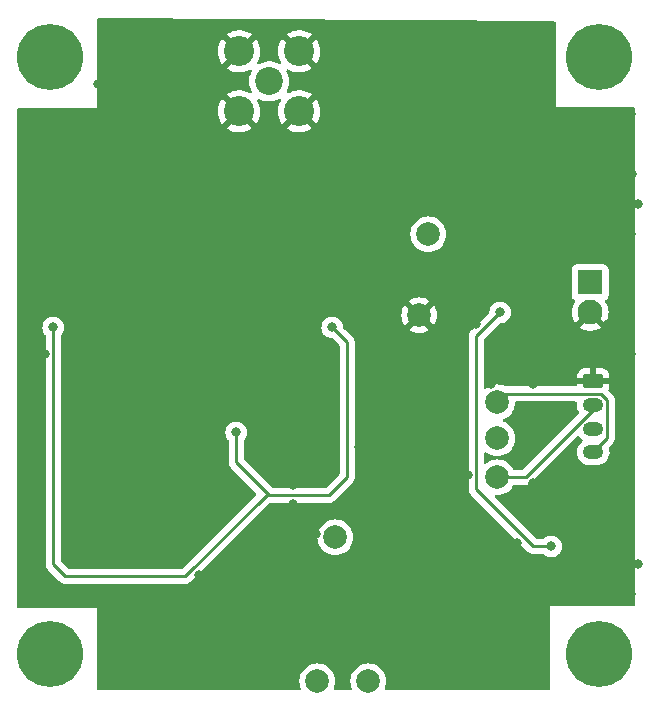
<source format=gbr>
%TF.GenerationSoftware,KiCad,Pcbnew,(6.0.0)*%
%TF.CreationDate,2022-01-03T16:02:36-05:00*%
%TF.ProjectId,LMX2332V01,4c4d5832-3333-4325-9630-312e6b696361,rev?*%
%TF.SameCoordinates,Original*%
%TF.FileFunction,Copper,L2,Bot*%
%TF.FilePolarity,Positive*%
%FSLAX46Y46*%
G04 Gerber Fmt 4.6, Leading zero omitted, Abs format (unit mm)*
G04 Created by KiCad (PCBNEW (6.0.0)) date 2022-01-03 16:02:36*
%MOMM*%
%LPD*%
G01*
G04 APERTURE LIST*
G04 Aperture macros list*
%AMRoundRect*
0 Rectangle with rounded corners*
0 $1 Rounding radius*
0 $2 $3 $4 $5 $6 $7 $8 $9 X,Y pos of 4 corners*
0 Add a 4 corners polygon primitive as box body*
4,1,4,$2,$3,$4,$5,$6,$7,$8,$9,$2,$3,0*
0 Add four circle primitives for the rounded corners*
1,1,$1+$1,$2,$3*
1,1,$1+$1,$4,$5*
1,1,$1+$1,$6,$7*
1,1,$1+$1,$8,$9*
0 Add four rect primitives between the rounded corners*
20,1,$1+$1,$2,$3,$4,$5,0*
20,1,$1+$1,$4,$5,$6,$7,0*
20,1,$1+$1,$6,$7,$8,$9,0*
20,1,$1+$1,$8,$9,$2,$3,0*%
G04 Aperture macros list end*
%TA.AperFunction,ComponentPad*%
%ADD10R,2.100000X2.100000*%
%TD*%
%TA.AperFunction,ComponentPad*%
%ADD11C,2.100000*%
%TD*%
%TA.AperFunction,ComponentPad*%
%ADD12C,2.362200*%
%TD*%
%TA.AperFunction,ComponentPad*%
%ADD13C,2.552700*%
%TD*%
%TA.AperFunction,ComponentPad*%
%ADD14RoundRect,0.250000X-0.625000X0.350000X-0.625000X-0.350000X0.625000X-0.350000X0.625000X0.350000X0*%
%TD*%
%TA.AperFunction,ComponentPad*%
%ADD15O,1.750000X1.200000*%
%TD*%
%TA.AperFunction,ComponentPad*%
%ADD16C,5.600000*%
%TD*%
%TA.AperFunction,ComponentPad*%
%ADD17C,2.000000*%
%TD*%
%TA.AperFunction,ViaPad*%
%ADD18C,0.800000*%
%TD*%
%TA.AperFunction,Conductor*%
%ADD19C,0.250000*%
%TD*%
G04 APERTURE END LIST*
D10*
%TO.P,J3,1,Pin_1*%
%TO.N,Net-(FB1-Pad2)*%
X153670000Y-76200000D03*
D11*
%TO.P,J3,2,Pin_2*%
%TO.N,GND*%
X153670000Y-78740000D03*
%TD*%
D12*
%TO.P,J1,1*%
%TO.N,Net-(J1-Pad1)*%
X126492000Y-59182000D03*
D13*
%TO.P,J1,2*%
%TO.N,GND*%
X123952000Y-56642000D03*
%TO.P,J1,3*%
X129032000Y-56642000D03*
%TO.P,J1,4*%
X129032000Y-61722000D03*
%TO.P,J1,5*%
X123952000Y-61722000D03*
%TD*%
D14*
%TO.P,J2,1,Pin_1*%
%TO.N,GND*%
X153924000Y-84582000D03*
D15*
%TO.P,J2,2,Pin_2*%
%TO.N,Net-(CLK1-Pad1)*%
X153924000Y-86582000D03*
%TO.P,J2,3,Pin_3*%
%TO.N,Net-(D3-Pad1)*%
X153924000Y-88582000D03*
%TO.P,J2,4,Pin_4*%
%TO.N,Net-(J2-Pad4)*%
X153924000Y-90582000D03*
%TD*%
D16*
%TO.P,H1,1*%
%TO.N,N/C*%
X154432000Y-57150000D03*
%TD*%
%TO.P,H2,1*%
%TO.N,N/C*%
X107950000Y-107696000D03*
%TD*%
%TO.P,H3,1*%
%TO.N,N/C*%
X107950000Y-57150000D03*
%TD*%
%TO.P,H4,1*%
%TO.N,N/C*%
X154432000Y-107696000D03*
%TD*%
D17*
%TO.P,CLK1,1,1*%
%TO.N,Net-(CLK1-Pad1)*%
X145796000Y-92710000D03*
%TD*%
%TO.P,5V0,1,1*%
%TO.N,Net-(5V0-Pad1)*%
X139954000Y-72136000D03*
%TD*%
%TO.P,GND1,1,1*%
%TO.N,GND*%
X139192000Y-78994000D03*
%TD*%
%TO.P,FoLD1,1,1*%
%TO.N,Net-(FoLD1-Pad1)*%
X132080000Y-97790000D03*
%TD*%
%TO.P,LE1,1,1*%
%TO.N,Net-(J2-Pad4)*%
X145796000Y-86360000D03*
%TD*%
%TO.P,VCont1,1,1*%
%TO.N,Net-(U3-Pad5)*%
X130556000Y-109982000D03*
%TD*%
%TO.P,D3,1,1*%
%TO.N,Net-(D3-Pad1)*%
X145796000Y-89408000D03*
%TD*%
%TO.P,3V0,1,1*%
%TO.N,Net-(3V0-Pad1)*%
X134874000Y-109982000D03*
%TD*%
D18*
%TO.N,GND*%
X132969000Y-77216000D03*
X141224000Y-74676000D03*
X153416000Y-69850000D03*
X145034000Y-59436000D03*
X147506201Y-98238799D03*
X157099000Y-61976000D03*
X108839000Y-102616000D03*
X117729000Y-77216000D03*
X108204000Y-74676000D03*
X128524000Y-94996000D03*
X109728000Y-88392000D03*
X155829000Y-97536000D03*
X139954000Y-59436000D03*
X106934000Y-91440000D03*
X145669000Y-56896000D03*
X140589000Y-56896000D03*
X131699000Y-82296000D03*
X120904000Y-94996000D03*
X115189000Y-67056000D03*
X109728000Y-90424000D03*
X147574000Y-59436000D03*
X120269000Y-56896000D03*
X132334000Y-100076000D03*
X127000000Y-85344000D03*
X132969000Y-56896000D03*
X125349000Y-107696000D03*
X134239000Y-72136000D03*
X123444000Y-105156000D03*
X118999000Y-82296000D03*
X143129000Y-107696000D03*
X146939000Y-61976000D03*
X130429000Y-67056000D03*
X156210000Y-84328000D03*
X153924000Y-73914000D03*
X156464000Y-64516000D03*
X122174000Y-69596000D03*
X146050000Y-97536000D03*
X127000000Y-80518000D03*
X150114000Y-79756000D03*
X129159000Y-90424000D03*
X109728000Y-99568000D03*
X109728000Y-93472000D03*
X109728000Y-87122000D03*
X106934000Y-69596000D03*
X113772000Y-89916000D03*
X148209000Y-107696000D03*
X118999000Y-72136000D03*
X154559000Y-72136000D03*
X146939000Y-102616000D03*
X148844000Y-65024000D03*
X126746000Y-74168000D03*
X145288000Y-84836000D03*
X157734000Y-69596000D03*
X137414000Y-79756000D03*
X134239000Y-82296000D03*
X138684000Y-105156000D03*
X143764000Y-64516000D03*
X141859000Y-61976000D03*
X139319000Y-61976000D03*
X114554000Y-89916000D03*
X134874000Y-69596000D03*
X142494000Y-89662000D03*
X112649000Y-67056000D03*
X115189000Y-77216000D03*
X145034000Y-70104000D03*
X109474000Y-95504000D03*
X106299000Y-102616000D03*
X148336000Y-100330000D03*
X106934000Y-85344000D03*
X143995725Y-79769676D03*
X129540000Y-79502000D03*
X123444000Y-64516000D03*
X107188000Y-77216000D03*
X129159000Y-92456000D03*
X155702000Y-94996000D03*
X129794000Y-89916000D03*
X128524000Y-64516000D03*
X108839000Y-72136000D03*
X127176949Y-89617433D03*
X106934000Y-87376000D03*
X139319000Y-82296000D03*
X107569000Y-67056000D03*
X128524000Y-93345000D03*
X134239000Y-102616000D03*
X130429000Y-107696000D03*
X118696498Y-84664652D03*
X141859000Y-82296000D03*
X120650000Y-102616000D03*
X125984000Y-64516000D03*
X127000000Y-83312000D03*
X134112000Y-90170000D03*
X111760000Y-99822000D03*
X120904000Y-74676000D03*
X150114000Y-69596000D03*
X120547549Y-100949049D03*
X110744000Y-99822000D03*
X120269000Y-97536000D03*
X148806500Y-93218000D03*
X138049000Y-67056000D03*
X109474000Y-96520000D03*
X111379000Y-82296000D03*
X157099000Y-102616000D03*
X157226000Y-67056000D03*
X124714000Y-69596000D03*
X122809000Y-77216000D03*
X130429000Y-97536000D03*
X148806500Y-84836000D03*
X109728000Y-92456000D03*
X149479000Y-102616000D03*
X112649000Y-107696000D03*
X122809000Y-107696000D03*
X140589000Y-77216000D03*
X134874000Y-59436000D03*
X141859000Y-72136000D03*
X117729000Y-56896000D03*
X146304000Y-105156000D03*
X127254000Y-100035500D03*
X114554000Y-100076000D03*
X112776000Y-99822000D03*
X143129000Y-56896000D03*
X142494000Y-79756000D03*
X124845299Y-79887299D03*
X141224000Y-64516000D03*
X115189000Y-107696000D03*
X112014000Y-69596000D03*
X106299000Y-72136000D03*
X137414000Y-72136000D03*
X106934000Y-84328000D03*
X154559000Y-61976000D03*
X127000000Y-79248000D03*
X139954000Y-69596000D03*
X113792000Y-94996000D03*
X109728000Y-85852000D03*
X113919000Y-61976000D03*
X106934000Y-93472000D03*
X157099000Y-82296000D03*
X106863994Y-100216013D03*
X128524000Y-74676000D03*
X154559000Y-102616000D03*
X156464000Y-74676000D03*
X148209000Y-67056000D03*
X152019000Y-72136000D03*
X150749000Y-77216000D03*
X131064000Y-64516000D03*
X138049000Y-108458000D03*
X132969000Y-67056000D03*
X115189000Y-56896000D03*
X154559000Y-82296000D03*
X123444000Y-74676000D03*
X157099000Y-72136000D03*
X154432000Y-98552000D03*
X116459000Y-61976000D03*
X127889000Y-107696000D03*
X151384000Y-74676000D03*
X122555000Y-90805000D03*
X125984000Y-105156000D03*
X125349000Y-77216000D03*
X157734000Y-100076000D03*
X106934000Y-92456000D03*
X110744000Y-64516000D03*
X129540000Y-82042000D03*
X153289000Y-97536000D03*
X129540000Y-80772000D03*
X133604000Y-74676000D03*
X118364000Y-105156000D03*
X138049000Y-56896000D03*
X138049000Y-97536000D03*
X133604000Y-105156000D03*
X107479500Y-82296000D03*
X134239000Y-61976000D03*
X120904000Y-105156000D03*
X115824000Y-74676000D03*
X127000000Y-82042000D03*
X142494000Y-59436000D03*
X126991503Y-86439931D03*
X109728000Y-94488000D03*
X143764000Y-105156000D03*
X127000000Y-84328000D03*
X135509000Y-56896000D03*
X113919000Y-102616000D03*
X152019000Y-102616000D03*
X134874000Y-100076000D03*
X132334000Y-59436000D03*
X110744000Y-84836000D03*
X137414000Y-69596000D03*
X109474000Y-97536000D03*
X145288000Y-82296000D03*
X126619000Y-92456000D03*
X117729000Y-97536000D03*
X106934000Y-88392000D03*
X121539000Y-61976000D03*
X109474000Y-98552000D03*
X134874000Y-79756000D03*
X114554000Y-69596000D03*
X113284000Y-74676000D03*
X140589000Y-107696000D03*
X127254000Y-69596000D03*
X147574000Y-69596000D03*
X109474000Y-69596000D03*
X146939000Y-72136000D03*
X118999000Y-92456000D03*
X144399000Y-61976000D03*
X113919000Y-72136000D03*
X111379000Y-72136000D03*
X149479000Y-61976000D03*
X148844000Y-74676000D03*
X143764000Y-94996000D03*
X122174000Y-100035500D03*
X112649000Y-56896000D03*
X131699000Y-61976000D03*
X138049000Y-77216000D03*
X120269000Y-77216000D03*
X153924000Y-64516000D03*
X129540000Y-78232000D03*
X106934000Y-89408000D03*
X106299000Y-82296000D03*
X109728000Y-91440000D03*
X121539000Y-72136000D03*
X112014000Y-59436000D03*
X142494000Y-70358000D03*
X144399000Y-72136000D03*
X141224000Y-84836000D03*
X111379000Y-102616000D03*
X132334000Y-69596000D03*
X142748000Y-84582000D03*
X127889000Y-67056000D03*
X151892000Y-79756000D03*
X129794000Y-69596000D03*
X155194000Y-100076000D03*
X129794000Y-100076000D03*
X152019000Y-82296000D03*
X137414000Y-59436000D03*
X117094000Y-59436000D03*
X145669000Y-107696000D03*
X120269000Y-107696000D03*
X141224000Y-105156000D03*
X112649000Y-77216000D03*
X109728000Y-89408000D03*
X150114000Y-59436000D03*
X115189000Y-97536000D03*
X148209000Y-56896000D03*
X138684000Y-74676000D03*
X119634000Y-69596000D03*
X143764000Y-74676000D03*
X122936000Y-92456000D03*
X106934000Y-86360000D03*
X148806500Y-94996000D03*
X108204000Y-64516000D03*
X155194000Y-79756000D03*
X136779000Y-61976000D03*
X113284000Y-84836000D03*
X120904000Y-64516000D03*
X131064000Y-74676000D03*
X106934000Y-79756000D03*
X152019000Y-61976000D03*
X136779000Y-82296000D03*
X148844000Y-105156000D03*
X142494000Y-86868000D03*
X151130000Y-67310000D03*
X118364000Y-74676000D03*
X110109000Y-67056000D03*
X143293500Y-92557463D03*
X117729000Y-107696000D03*
X137922000Y-95758000D03*
X151384000Y-64516000D03*
X135509000Y-97536000D03*
X115824000Y-64516000D03*
X118335201Y-103279799D03*
X113284000Y-105156000D03*
X118364000Y-94996000D03*
X114554000Y-59436000D03*
X115824000Y-105156000D03*
X127000000Y-78232000D03*
X147874359Y-90132500D03*
X155829000Y-77216000D03*
X155448000Y-70358000D03*
X113284000Y-64516000D03*
X131699000Y-102616000D03*
X106934000Y-90424000D03*
%TO.N,Net-(C11-Pad1)*%
X146050000Y-78740000D03*
X150368000Y-98552000D03*
%TO.N,Net-(C12-Pad1)*%
X123698000Y-88900000D03*
X108204000Y-80010000D03*
X131826000Y-80010000D03*
%TD*%
D19*
%TO.N,Net-(C11-Pad1)*%
X144018000Y-93726000D02*
X148844000Y-98552000D01*
X148844000Y-98552000D02*
X150368000Y-98552000D01*
X146050000Y-78740000D02*
X144018000Y-80772000D01*
X144018000Y-80772000D02*
X144018000Y-93726000D01*
%TO.N,Net-(C12-Pad1)*%
X123698000Y-91440000D02*
X123698000Y-89154000D01*
X119380000Y-101092000D02*
X126365000Y-94107000D01*
X108204000Y-80010000D02*
X108204000Y-100076000D01*
X133096000Y-92710000D02*
X131572000Y-94234000D01*
X131572000Y-94234000D02*
X126492000Y-94234000D01*
X126365000Y-94107000D02*
X123698000Y-91440000D01*
X133096000Y-81280000D02*
X133096000Y-92710000D01*
X109220000Y-101092000D02*
X119380000Y-101092000D01*
X131826000Y-80010000D02*
X133096000Y-81280000D01*
X108204000Y-100076000D02*
X109220000Y-101092000D01*
X126492000Y-94234000D02*
X126365000Y-94107000D01*
X123698000Y-89154000D02*
X123698000Y-88900000D01*
%TO.N,Net-(CLK1-Pad1)*%
X145796000Y-92710000D02*
X148213532Y-92710000D01*
X148213532Y-92710000D02*
X153924000Y-86999532D01*
%TO.N,Net-(J2-Pad4)*%
X145796000Y-86360000D02*
X146498520Y-85657480D01*
X154581948Y-85657480D02*
X155123520Y-86199052D01*
X146498520Y-85657480D02*
X154581948Y-85657480D01*
X155123520Y-86199052D02*
X155123520Y-89382480D01*
X155123520Y-89382480D02*
X153924000Y-90582000D01*
%TD*%
%TA.AperFunction,Conductor*%
%TO.N,GND*%
G36*
X150623824Y-54101182D02*
G01*
X150691812Y-54121629D01*
X150737953Y-54175587D01*
X150749000Y-54227179D01*
X150749000Y-61341000D01*
X157354000Y-61341000D01*
X157422121Y-61361002D01*
X157468614Y-61414658D01*
X157480000Y-61467000D01*
X157480000Y-103506000D01*
X157459998Y-103574121D01*
X157406342Y-103620614D01*
X157354000Y-103632000D01*
X150241000Y-103632000D01*
X150241000Y-110618000D01*
X150220998Y-110686121D01*
X150167342Y-110732614D01*
X150115000Y-110744000D01*
X136379731Y-110744000D01*
X136311610Y-110723998D01*
X136265117Y-110670342D01*
X136255013Y-110600068D01*
X136263322Y-110569782D01*
X136311211Y-110454168D01*
X136311213Y-110454161D01*
X136313105Y-110449594D01*
X136332360Y-110369391D01*
X136367380Y-110223524D01*
X136367381Y-110223518D01*
X136368535Y-110218711D01*
X136387165Y-109982000D01*
X136368535Y-109745289D01*
X136355269Y-109690029D01*
X136314260Y-109519218D01*
X136313105Y-109514406D01*
X136301020Y-109485229D01*
X136224135Y-109299611D01*
X136224133Y-109299607D01*
X136222240Y-109295037D01*
X136219654Y-109290817D01*
X136100759Y-109096798D01*
X136100755Y-109096792D01*
X136098176Y-109092584D01*
X135943969Y-108912031D01*
X135763416Y-108757824D01*
X135759208Y-108755245D01*
X135759202Y-108755241D01*
X135565183Y-108636346D01*
X135560963Y-108633760D01*
X135556393Y-108631867D01*
X135556389Y-108631865D01*
X135346167Y-108544789D01*
X135346165Y-108544788D01*
X135341594Y-108542895D01*
X135261391Y-108523640D01*
X135115524Y-108488620D01*
X135115518Y-108488619D01*
X135110711Y-108487465D01*
X134874000Y-108468835D01*
X134637289Y-108487465D01*
X134632482Y-108488619D01*
X134632476Y-108488620D01*
X134486609Y-108523640D01*
X134406406Y-108542895D01*
X134401835Y-108544788D01*
X134401833Y-108544789D01*
X134191611Y-108631865D01*
X134191607Y-108631867D01*
X134187037Y-108633760D01*
X134182817Y-108636346D01*
X133988798Y-108755241D01*
X133988792Y-108755245D01*
X133984584Y-108757824D01*
X133804031Y-108912031D01*
X133649824Y-109092584D01*
X133647245Y-109096792D01*
X133647241Y-109096798D01*
X133528346Y-109290817D01*
X133525760Y-109295037D01*
X133523867Y-109299607D01*
X133523865Y-109299611D01*
X133446980Y-109485229D01*
X133434895Y-109514406D01*
X133433740Y-109519218D01*
X133392732Y-109690029D01*
X133379465Y-109745289D01*
X133360835Y-109982000D01*
X133379465Y-110218711D01*
X133380619Y-110223518D01*
X133380620Y-110223524D01*
X133415640Y-110369391D01*
X133434895Y-110449594D01*
X133436787Y-110454161D01*
X133436789Y-110454168D01*
X133484678Y-110569782D01*
X133492267Y-110640372D01*
X133460487Y-110703859D01*
X133399429Y-110740086D01*
X133368269Y-110744000D01*
X132061731Y-110744000D01*
X131993610Y-110723998D01*
X131947117Y-110670342D01*
X131937013Y-110600068D01*
X131945322Y-110569782D01*
X131993211Y-110454168D01*
X131993213Y-110454161D01*
X131995105Y-110449594D01*
X132014360Y-110369391D01*
X132049380Y-110223524D01*
X132049381Y-110223518D01*
X132050535Y-110218711D01*
X132069165Y-109982000D01*
X132050535Y-109745289D01*
X132037269Y-109690029D01*
X131996260Y-109519218D01*
X131995105Y-109514406D01*
X131983020Y-109485229D01*
X131906135Y-109299611D01*
X131906133Y-109299607D01*
X131904240Y-109295037D01*
X131901654Y-109290817D01*
X131782759Y-109096798D01*
X131782755Y-109096792D01*
X131780176Y-109092584D01*
X131625969Y-108912031D01*
X131445416Y-108757824D01*
X131441208Y-108755245D01*
X131441202Y-108755241D01*
X131247183Y-108636346D01*
X131242963Y-108633760D01*
X131238393Y-108631867D01*
X131238389Y-108631865D01*
X131028167Y-108544789D01*
X131028165Y-108544788D01*
X131023594Y-108542895D01*
X130943391Y-108523640D01*
X130797524Y-108488620D01*
X130797518Y-108488619D01*
X130792711Y-108487465D01*
X130556000Y-108468835D01*
X130319289Y-108487465D01*
X130314482Y-108488619D01*
X130314476Y-108488620D01*
X130168609Y-108523640D01*
X130088406Y-108542895D01*
X130083835Y-108544788D01*
X130083833Y-108544789D01*
X129873611Y-108631865D01*
X129873607Y-108631867D01*
X129869037Y-108633760D01*
X129864817Y-108636346D01*
X129670798Y-108755241D01*
X129670792Y-108755245D01*
X129666584Y-108757824D01*
X129486031Y-108912031D01*
X129331824Y-109092584D01*
X129329245Y-109096792D01*
X129329241Y-109096798D01*
X129210346Y-109290817D01*
X129207760Y-109295037D01*
X129205867Y-109299607D01*
X129205865Y-109299611D01*
X129128980Y-109485229D01*
X129116895Y-109514406D01*
X129115740Y-109519218D01*
X129074732Y-109690029D01*
X129061465Y-109745289D01*
X129042835Y-109982000D01*
X129061465Y-110218711D01*
X129062619Y-110223518D01*
X129062620Y-110223524D01*
X129097640Y-110369391D01*
X129116895Y-110449594D01*
X129118787Y-110454161D01*
X129118789Y-110454168D01*
X129166678Y-110569782D01*
X129174267Y-110640372D01*
X129142487Y-110703859D01*
X129081429Y-110740086D01*
X129050269Y-110744000D01*
X112013000Y-110744000D01*
X111944879Y-110723998D01*
X111898386Y-110670342D01*
X111887000Y-110618000D01*
X111887000Y-103759000D01*
X105282000Y-103759000D01*
X105213879Y-103738998D01*
X105167386Y-103685342D01*
X105156000Y-103633000D01*
X105156000Y-80010000D01*
X107290496Y-80010000D01*
X107310458Y-80199928D01*
X107369473Y-80381556D01*
X107464960Y-80546944D01*
X107538137Y-80628215D01*
X107568853Y-80692221D01*
X107570500Y-80712524D01*
X107570500Y-99997233D01*
X107569973Y-100008416D01*
X107568298Y-100015909D01*
X107568547Y-100023835D01*
X107568547Y-100023836D01*
X107570438Y-100083986D01*
X107570500Y-100087945D01*
X107570500Y-100115856D01*
X107570997Y-100119790D01*
X107570997Y-100119791D01*
X107571005Y-100119856D01*
X107571938Y-100131693D01*
X107573327Y-100175889D01*
X107578978Y-100195339D01*
X107582987Y-100214700D01*
X107585526Y-100234797D01*
X107588445Y-100242168D01*
X107588445Y-100242170D01*
X107601804Y-100275912D01*
X107605649Y-100287142D01*
X107617982Y-100329593D01*
X107622015Y-100336412D01*
X107622017Y-100336417D01*
X107628293Y-100347028D01*
X107636988Y-100364776D01*
X107644448Y-100383617D01*
X107649110Y-100390033D01*
X107649110Y-100390034D01*
X107670436Y-100419387D01*
X107676952Y-100429307D01*
X107682388Y-100438498D01*
X107699458Y-100467362D01*
X107713779Y-100481683D01*
X107726619Y-100496716D01*
X107738528Y-100513107D01*
X107744632Y-100518157D01*
X107744637Y-100518162D01*
X107772598Y-100541293D01*
X107781379Y-100549283D01*
X108716353Y-101484258D01*
X108723887Y-101492537D01*
X108728000Y-101499018D01*
X108749095Y-101518827D01*
X108777651Y-101545643D01*
X108780493Y-101548398D01*
X108800230Y-101568135D01*
X108803427Y-101570615D01*
X108812447Y-101578318D01*
X108844679Y-101608586D01*
X108851625Y-101612405D01*
X108851628Y-101612407D01*
X108862434Y-101618348D01*
X108878953Y-101629199D01*
X108894959Y-101641614D01*
X108902228Y-101644759D01*
X108902232Y-101644762D01*
X108935537Y-101659174D01*
X108946187Y-101664391D01*
X108984940Y-101685695D01*
X108992615Y-101687666D01*
X108992616Y-101687666D01*
X109004562Y-101690733D01*
X109023267Y-101697137D01*
X109041855Y-101705181D01*
X109049678Y-101706420D01*
X109049688Y-101706423D01*
X109085524Y-101712099D01*
X109097144Y-101714505D01*
X109128959Y-101722673D01*
X109139970Y-101725500D01*
X109160224Y-101725500D01*
X109179934Y-101727051D01*
X109199943Y-101730220D01*
X109207835Y-101729474D01*
X109226580Y-101727702D01*
X109243962Y-101726059D01*
X109255819Y-101725500D01*
X119301233Y-101725500D01*
X119312416Y-101726027D01*
X119319909Y-101727702D01*
X119327835Y-101727453D01*
X119327836Y-101727453D01*
X119387986Y-101725562D01*
X119391945Y-101725500D01*
X119419856Y-101725500D01*
X119423791Y-101725003D01*
X119423856Y-101724995D01*
X119435693Y-101724062D01*
X119467951Y-101723048D01*
X119471970Y-101722922D01*
X119479889Y-101722673D01*
X119499343Y-101717021D01*
X119518700Y-101713013D01*
X119530930Y-101711468D01*
X119530931Y-101711468D01*
X119538797Y-101710474D01*
X119546168Y-101707555D01*
X119546170Y-101707555D01*
X119579912Y-101694196D01*
X119591142Y-101690351D01*
X119625983Y-101680229D01*
X119625984Y-101680229D01*
X119633593Y-101678018D01*
X119640412Y-101673985D01*
X119640417Y-101673983D01*
X119651028Y-101667707D01*
X119668776Y-101659012D01*
X119687617Y-101651552D01*
X119723387Y-101625564D01*
X119733307Y-101619048D01*
X119764535Y-101600580D01*
X119764538Y-101600578D01*
X119771362Y-101596542D01*
X119785683Y-101582221D01*
X119800717Y-101569380D01*
X119810694Y-101562131D01*
X119817107Y-101557472D01*
X119845298Y-101523395D01*
X119853288Y-101514616D01*
X123577905Y-97790000D01*
X130566835Y-97790000D01*
X130585465Y-98026711D01*
X130640895Y-98257594D01*
X130731760Y-98476963D01*
X130734346Y-98481183D01*
X130853241Y-98675202D01*
X130853245Y-98675208D01*
X130855824Y-98679416D01*
X131010031Y-98859969D01*
X131190584Y-99014176D01*
X131194792Y-99016755D01*
X131194798Y-99016759D01*
X131388817Y-99135654D01*
X131393037Y-99138240D01*
X131397607Y-99140133D01*
X131397611Y-99140135D01*
X131604801Y-99225955D01*
X131612406Y-99229105D01*
X131692609Y-99248360D01*
X131838476Y-99283380D01*
X131838482Y-99283381D01*
X131843289Y-99284535D01*
X132080000Y-99303165D01*
X132316711Y-99284535D01*
X132321518Y-99283381D01*
X132321524Y-99283380D01*
X132467391Y-99248360D01*
X132547594Y-99229105D01*
X132555199Y-99225955D01*
X132762389Y-99140135D01*
X132762393Y-99140133D01*
X132766963Y-99138240D01*
X132771183Y-99135654D01*
X132965202Y-99016759D01*
X132965208Y-99016755D01*
X132969416Y-99014176D01*
X133149969Y-98859969D01*
X133304176Y-98679416D01*
X133306755Y-98675208D01*
X133306759Y-98675202D01*
X133425654Y-98481183D01*
X133428240Y-98476963D01*
X133519105Y-98257594D01*
X133574535Y-98026711D01*
X133593165Y-97790000D01*
X133574535Y-97553289D01*
X133519105Y-97322406D01*
X133428240Y-97103037D01*
X133425654Y-97098817D01*
X133306759Y-96904798D01*
X133306755Y-96904792D01*
X133304176Y-96900584D01*
X133149969Y-96720031D01*
X132969416Y-96565824D01*
X132965208Y-96563245D01*
X132965202Y-96563241D01*
X132771183Y-96444346D01*
X132766963Y-96441760D01*
X132762393Y-96439867D01*
X132762389Y-96439865D01*
X132552167Y-96352789D01*
X132552165Y-96352788D01*
X132547594Y-96350895D01*
X132467391Y-96331640D01*
X132321524Y-96296620D01*
X132321518Y-96296619D01*
X132316711Y-96295465D01*
X132080000Y-96276835D01*
X131843289Y-96295465D01*
X131838482Y-96296619D01*
X131838476Y-96296620D01*
X131692609Y-96331640D01*
X131612406Y-96350895D01*
X131607835Y-96352788D01*
X131607833Y-96352789D01*
X131397611Y-96439865D01*
X131397607Y-96439867D01*
X131393037Y-96441760D01*
X131388817Y-96444346D01*
X131194798Y-96563241D01*
X131194792Y-96563245D01*
X131190584Y-96565824D01*
X131010031Y-96720031D01*
X130855824Y-96900584D01*
X130853245Y-96904792D01*
X130853241Y-96904798D01*
X130734346Y-97098817D01*
X130731760Y-97103037D01*
X130640895Y-97322406D01*
X130585465Y-97553289D01*
X130566835Y-97790000D01*
X123577905Y-97790000D01*
X126463500Y-94904405D01*
X126525812Y-94870379D01*
X126552595Y-94867500D01*
X131493233Y-94867500D01*
X131504416Y-94868027D01*
X131511909Y-94869702D01*
X131519835Y-94869453D01*
X131519836Y-94869453D01*
X131579986Y-94867562D01*
X131583945Y-94867500D01*
X131611856Y-94867500D01*
X131615791Y-94867003D01*
X131615856Y-94866995D01*
X131627693Y-94866062D01*
X131659951Y-94865048D01*
X131663970Y-94864922D01*
X131671889Y-94864673D01*
X131691343Y-94859021D01*
X131710700Y-94855013D01*
X131722930Y-94853468D01*
X131722931Y-94853468D01*
X131730797Y-94852474D01*
X131738168Y-94849555D01*
X131738170Y-94849555D01*
X131771912Y-94836196D01*
X131783142Y-94832351D01*
X131817983Y-94822229D01*
X131817984Y-94822229D01*
X131825593Y-94820018D01*
X131832412Y-94815985D01*
X131832417Y-94815983D01*
X131843028Y-94809707D01*
X131860776Y-94801012D01*
X131879617Y-94793552D01*
X131915387Y-94767564D01*
X131925307Y-94761048D01*
X131956535Y-94742580D01*
X131956538Y-94742578D01*
X131963362Y-94738542D01*
X131977683Y-94724221D01*
X131992717Y-94711380D01*
X132002694Y-94704131D01*
X132009107Y-94699472D01*
X132037298Y-94665395D01*
X132045288Y-94656616D01*
X133488247Y-93213657D01*
X133496537Y-93206113D01*
X133503018Y-93202000D01*
X133549659Y-93152332D01*
X133552413Y-93149491D01*
X133572134Y-93129770D01*
X133574612Y-93126575D01*
X133582318Y-93117553D01*
X133607158Y-93091101D01*
X133612586Y-93085321D01*
X133622346Y-93067568D01*
X133633199Y-93051045D01*
X133640753Y-93041306D01*
X133645613Y-93035041D01*
X133663176Y-92994457D01*
X133668383Y-92983827D01*
X133689695Y-92945060D01*
X133691666Y-92937383D01*
X133691668Y-92937378D01*
X133694732Y-92925442D01*
X133701138Y-92906730D01*
X133706034Y-92895417D01*
X133709181Y-92888145D01*
X133716097Y-92844481D01*
X133718504Y-92832860D01*
X133727528Y-92797711D01*
X133727528Y-92797710D01*
X133729500Y-92790030D01*
X133729500Y-92769769D01*
X133731051Y-92750058D01*
X133732979Y-92737885D01*
X133734219Y-92730057D01*
X133730059Y-92686046D01*
X133729500Y-92674189D01*
X133729500Y-81358767D01*
X133730027Y-81347584D01*
X133731702Y-81340091D01*
X133729562Y-81272014D01*
X133729500Y-81268055D01*
X133729500Y-81240144D01*
X133728995Y-81236144D01*
X133728062Y-81224301D01*
X133726922Y-81188029D01*
X133726673Y-81180110D01*
X133721022Y-81160658D01*
X133717014Y-81141306D01*
X133715467Y-81129063D01*
X133714474Y-81121203D01*
X133700772Y-81086594D01*
X133698200Y-81080097D01*
X133694355Y-81068870D01*
X133684341Y-81034404D01*
X133682018Y-81026407D01*
X133677984Y-81019585D01*
X133677981Y-81019579D01*
X133671706Y-81008968D01*
X133663010Y-80991218D01*
X133658472Y-80979756D01*
X133658469Y-80979751D01*
X133655552Y-80972383D01*
X133642901Y-80954970D01*
X133629573Y-80936625D01*
X133623057Y-80926707D01*
X133604575Y-80895457D01*
X133600542Y-80888637D01*
X133586218Y-80874313D01*
X133573376Y-80859278D01*
X133561472Y-80842893D01*
X133527406Y-80814711D01*
X133518627Y-80806722D01*
X133463848Y-80751943D01*
X143379780Y-80751943D01*
X143380526Y-80759835D01*
X143383941Y-80795961D01*
X143384500Y-80807819D01*
X143384500Y-93647233D01*
X143383973Y-93658416D01*
X143382298Y-93665909D01*
X143382547Y-93673835D01*
X143382547Y-93673836D01*
X143384438Y-93733986D01*
X143384500Y-93737945D01*
X143384500Y-93765856D01*
X143384997Y-93769790D01*
X143384997Y-93769791D01*
X143385005Y-93769856D01*
X143385938Y-93781693D01*
X143387327Y-93825889D01*
X143392978Y-93845339D01*
X143396987Y-93864700D01*
X143399526Y-93884797D01*
X143402445Y-93892168D01*
X143402445Y-93892170D01*
X143415804Y-93925912D01*
X143419649Y-93937142D01*
X143431982Y-93979593D01*
X143436015Y-93986412D01*
X143436017Y-93986417D01*
X143442293Y-93997028D01*
X143450988Y-94014776D01*
X143458448Y-94033617D01*
X143463110Y-94040033D01*
X143463110Y-94040034D01*
X143484436Y-94069387D01*
X143490952Y-94079307D01*
X143507330Y-94107000D01*
X143513458Y-94117362D01*
X143527779Y-94131683D01*
X143540619Y-94146716D01*
X143552528Y-94163107D01*
X143558634Y-94168158D01*
X143586605Y-94191298D01*
X143595384Y-94199288D01*
X148340343Y-98944247D01*
X148347887Y-98952537D01*
X148352000Y-98959018D01*
X148357777Y-98964443D01*
X148401667Y-99005658D01*
X148404509Y-99008413D01*
X148424231Y-99028135D01*
X148427355Y-99030558D01*
X148427359Y-99030562D01*
X148427424Y-99030612D01*
X148436445Y-99038317D01*
X148468679Y-99068586D01*
X148475627Y-99072405D01*
X148475629Y-99072407D01*
X148486432Y-99078346D01*
X148502959Y-99089202D01*
X148512698Y-99096757D01*
X148512700Y-99096758D01*
X148518960Y-99101614D01*
X148559540Y-99119174D01*
X148570188Y-99124391D01*
X148590676Y-99135654D01*
X148608940Y-99145695D01*
X148616616Y-99147666D01*
X148616619Y-99147667D01*
X148628562Y-99150733D01*
X148647267Y-99157137D01*
X148665855Y-99165181D01*
X148673678Y-99166420D01*
X148673688Y-99166423D01*
X148709524Y-99172099D01*
X148721144Y-99174505D01*
X148756289Y-99183528D01*
X148763970Y-99185500D01*
X148784224Y-99185500D01*
X148803934Y-99187051D01*
X148823943Y-99190220D01*
X148831835Y-99189474D01*
X148867961Y-99186059D01*
X148879819Y-99185500D01*
X149659800Y-99185500D01*
X149727921Y-99205502D01*
X149747147Y-99221843D01*
X149747420Y-99221540D01*
X149752332Y-99225963D01*
X149756747Y-99230866D01*
X149778329Y-99246546D01*
X149856258Y-99303165D01*
X149911248Y-99343118D01*
X149917276Y-99345802D01*
X149917278Y-99345803D01*
X150079681Y-99418109D01*
X150085712Y-99420794D01*
X150179112Y-99440647D01*
X150266056Y-99459128D01*
X150266061Y-99459128D01*
X150272513Y-99460500D01*
X150463487Y-99460500D01*
X150469939Y-99459128D01*
X150469944Y-99459128D01*
X150556888Y-99440647D01*
X150650288Y-99420794D01*
X150656319Y-99418109D01*
X150818722Y-99345803D01*
X150818724Y-99345802D01*
X150824752Y-99343118D01*
X150979253Y-99230866D01*
X151015851Y-99190220D01*
X151102621Y-99093852D01*
X151102622Y-99093851D01*
X151107040Y-99088944D01*
X151182053Y-98959018D01*
X151199223Y-98929279D01*
X151199224Y-98929278D01*
X151202527Y-98923556D01*
X151261542Y-98741928D01*
X151281504Y-98552000D01*
X151261542Y-98362072D01*
X151202527Y-98180444D01*
X151107040Y-98015056D01*
X150979253Y-97873134D01*
X150824752Y-97760882D01*
X150818724Y-97758198D01*
X150818722Y-97758197D01*
X150656319Y-97685891D01*
X150656318Y-97685891D01*
X150650288Y-97683206D01*
X150556888Y-97663353D01*
X150469944Y-97644872D01*
X150469939Y-97644872D01*
X150463487Y-97643500D01*
X150272513Y-97643500D01*
X150266061Y-97644872D01*
X150266056Y-97644872D01*
X150179112Y-97663353D01*
X150085712Y-97683206D01*
X150079682Y-97685891D01*
X150079681Y-97685891D01*
X149917278Y-97758197D01*
X149917276Y-97758198D01*
X149911248Y-97760882D01*
X149905907Y-97764762D01*
X149905906Y-97764763D01*
X149864385Y-97794930D01*
X149756747Y-97873134D01*
X149752332Y-97878037D01*
X149747420Y-97882460D01*
X149746295Y-97881211D01*
X149692986Y-97914051D01*
X149659800Y-97918500D01*
X149158594Y-97918500D01*
X149090473Y-97898498D01*
X149069499Y-97881595D01*
X145619691Y-94431786D01*
X145585665Y-94369474D01*
X145590730Y-94298658D01*
X145633277Y-94241823D01*
X145699797Y-94217012D01*
X145718672Y-94217079D01*
X145796000Y-94223165D01*
X146032711Y-94204535D01*
X146037518Y-94203381D01*
X146037524Y-94203380D01*
X146231983Y-94156694D01*
X146263594Y-94149105D01*
X146268167Y-94147211D01*
X146478389Y-94060135D01*
X146478393Y-94060133D01*
X146482963Y-94058240D01*
X146487183Y-94055654D01*
X146681202Y-93936759D01*
X146681208Y-93936755D01*
X146685416Y-93934176D01*
X146865969Y-93779969D01*
X147020176Y-93599416D01*
X147022755Y-93595208D01*
X147022759Y-93595202D01*
X147140133Y-93403665D01*
X147192781Y-93356034D01*
X147247566Y-93343500D01*
X148134765Y-93343500D01*
X148145948Y-93344027D01*
X148153441Y-93345702D01*
X148161367Y-93345453D01*
X148161368Y-93345453D01*
X148221518Y-93343562D01*
X148225477Y-93343500D01*
X148253388Y-93343500D01*
X148257323Y-93343003D01*
X148257388Y-93342995D01*
X148269225Y-93342062D01*
X148301483Y-93341048D01*
X148305502Y-93340922D01*
X148313421Y-93340673D01*
X148332875Y-93335021D01*
X148352232Y-93331013D01*
X148364462Y-93329468D01*
X148364463Y-93329468D01*
X148372329Y-93328474D01*
X148379700Y-93325555D01*
X148379702Y-93325555D01*
X148413444Y-93312196D01*
X148424674Y-93308351D01*
X148459515Y-93298229D01*
X148459516Y-93298229D01*
X148467125Y-93296018D01*
X148473944Y-93291985D01*
X148473949Y-93291983D01*
X148484560Y-93285707D01*
X148502308Y-93277012D01*
X148521149Y-93269552D01*
X148556919Y-93243564D01*
X148566839Y-93237048D01*
X148598067Y-93218580D01*
X148598070Y-93218578D01*
X148604894Y-93214542D01*
X148619215Y-93200221D01*
X148634249Y-93187380D01*
X148644226Y-93180131D01*
X148650639Y-93175472D01*
X148678830Y-93141395D01*
X148686820Y-93132616D01*
X152577600Y-89241836D01*
X152639912Y-89207810D01*
X152710727Y-89212875D01*
X152769464Y-89258030D01*
X152802586Y-89304723D01*
X152802590Y-89304728D01*
X152806054Y-89309611D01*
X152958850Y-89455881D01*
X152963888Y-89459134D01*
X152991163Y-89476746D01*
X153037540Y-89530501D01*
X153047493Y-89600797D01*
X153017861Y-89665314D01*
X153000649Y-89681681D01*
X152881080Y-89775604D01*
X152877148Y-89780135D01*
X152877145Y-89780138D01*
X152794313Y-89875594D01*
X152742448Y-89935363D01*
X152739448Y-89940549D01*
X152739445Y-89940553D01*
X152652763Y-90090389D01*
X152636527Y-90118454D01*
X152567139Y-90318271D01*
X152566278Y-90324206D01*
X152566278Y-90324208D01*
X152543519Y-90481177D01*
X152536787Y-90527604D01*
X152546567Y-90738899D01*
X152547971Y-90744724D01*
X152547971Y-90744725D01*
X152590400Y-90920777D01*
X152596125Y-90944534D01*
X152598607Y-90949992D01*
X152598608Y-90949996D01*
X152642053Y-91045546D01*
X152683674Y-91137087D01*
X152806054Y-91309611D01*
X152958850Y-91455881D01*
X153136548Y-91570620D01*
X153142114Y-91572863D01*
X153327168Y-91647442D01*
X153327171Y-91647443D01*
X153332737Y-91649686D01*
X153540337Y-91690228D01*
X153545899Y-91690500D01*
X154251846Y-91690500D01*
X154409566Y-91675452D01*
X154612534Y-91615908D01*
X154696111Y-91572863D01*
X154795249Y-91521804D01*
X154795252Y-91521802D01*
X154800580Y-91519058D01*
X154966920Y-91388396D01*
X154970852Y-91383865D01*
X154970855Y-91383862D01*
X155101621Y-91233167D01*
X155105552Y-91228637D01*
X155108552Y-91223451D01*
X155108555Y-91223447D01*
X155208467Y-91050742D01*
X155211473Y-91045546D01*
X155280861Y-90845729D01*
X155293562Y-90758135D01*
X155310352Y-90642336D01*
X155310352Y-90642333D01*
X155311213Y-90636396D01*
X155301433Y-90425101D01*
X155270661Y-90297416D01*
X155254940Y-90232182D01*
X155258425Y-90161271D01*
X155288338Y-90113566D01*
X155515767Y-89886137D01*
X155524057Y-89878593D01*
X155530538Y-89874480D01*
X155577179Y-89824812D01*
X155579933Y-89821971D01*
X155599654Y-89802250D01*
X155602132Y-89799055D01*
X155609838Y-89790033D01*
X155634678Y-89763581D01*
X155640106Y-89757801D01*
X155649866Y-89740048D01*
X155660719Y-89723525D01*
X155668273Y-89713786D01*
X155673133Y-89707521D01*
X155690696Y-89666937D01*
X155695903Y-89656307D01*
X155717215Y-89617540D01*
X155719186Y-89609863D01*
X155719188Y-89609858D01*
X155722252Y-89597922D01*
X155728658Y-89579210D01*
X155733554Y-89567897D01*
X155736701Y-89560625D01*
X155743419Y-89518213D01*
X155743617Y-89516961D01*
X155746024Y-89505340D01*
X155755048Y-89470191D01*
X155755048Y-89470190D01*
X155757020Y-89462510D01*
X155757020Y-89442249D01*
X155758571Y-89422538D01*
X155760499Y-89410365D01*
X155761739Y-89402537D01*
X155757579Y-89358526D01*
X155757020Y-89346669D01*
X155757020Y-86277815D01*
X155757547Y-86266631D01*
X155759221Y-86259143D01*
X155757082Y-86191084D01*
X155757020Y-86187127D01*
X155757020Y-86159196D01*
X155756514Y-86155190D01*
X155755581Y-86143344D01*
X155754442Y-86107089D01*
X155754193Y-86099162D01*
X155748542Y-86079710D01*
X155744534Y-86060358D01*
X155742988Y-86048120D01*
X155742987Y-86048118D01*
X155741994Y-86040255D01*
X155725714Y-85999138D01*
X155721879Y-85987937D01*
X155709538Y-85945458D01*
X155705505Y-85938639D01*
X155705503Y-85938634D01*
X155699227Y-85928023D01*
X155690530Y-85910273D01*
X155683072Y-85891435D01*
X155657091Y-85855675D01*
X155650573Y-85845753D01*
X155632098Y-85814512D01*
X155632094Y-85814507D01*
X155628062Y-85807689D01*
X155613738Y-85793365D01*
X155600896Y-85778330D01*
X155588992Y-85761945D01*
X155554926Y-85733763D01*
X155546147Y-85725774D01*
X155247873Y-85427500D01*
X155213847Y-85365188D01*
X155218912Y-85294373D01*
X155229707Y-85272291D01*
X155236816Y-85260758D01*
X155242963Y-85247576D01*
X155294138Y-85093290D01*
X155297005Y-85079914D01*
X155306672Y-84985562D01*
X155307000Y-84979146D01*
X155307000Y-84854115D01*
X155302525Y-84838876D01*
X155301135Y-84837671D01*
X155293452Y-84836000D01*
X152559116Y-84836000D01*
X152543877Y-84840475D01*
X152542672Y-84841865D01*
X152541001Y-84849548D01*
X152541001Y-84897980D01*
X152520999Y-84966101D01*
X152467343Y-85012594D01*
X152415001Y-85023980D01*
X146577287Y-85023980D01*
X146566104Y-85023453D01*
X146558611Y-85021778D01*
X146550684Y-85022027D01*
X146550682Y-85022027D01*
X146537405Y-85022444D01*
X146483524Y-85010406D01*
X146482963Y-85011760D01*
X146268167Y-84922789D01*
X146268165Y-84922788D01*
X146263594Y-84920895D01*
X146168146Y-84897980D01*
X146037524Y-84866620D01*
X146037518Y-84866619D01*
X146032711Y-84865465D01*
X145796000Y-84846835D01*
X145559289Y-84865465D01*
X145554482Y-84866619D01*
X145554476Y-84866620D01*
X145423854Y-84897980D01*
X145328406Y-84920895D01*
X145323835Y-84922788D01*
X145323833Y-84922789D01*
X145113611Y-85009865D01*
X145113607Y-85009867D01*
X145109037Y-85011760D01*
X145104817Y-85014346D01*
X144910798Y-85133241D01*
X144910792Y-85133245D01*
X144906584Y-85135824D01*
X144859331Y-85176182D01*
X144794541Y-85205213D01*
X144724341Y-85194608D01*
X144671018Y-85147733D01*
X144651500Y-85080371D01*
X144651500Y-84309885D01*
X152541000Y-84309885D01*
X152545475Y-84325124D01*
X152546865Y-84326329D01*
X152554548Y-84328000D01*
X153651885Y-84328000D01*
X153667124Y-84323525D01*
X153668329Y-84322135D01*
X153670000Y-84314452D01*
X153670000Y-84309885D01*
X154178000Y-84309885D01*
X154182475Y-84325124D01*
X154183865Y-84326329D01*
X154191548Y-84328000D01*
X155288884Y-84328000D01*
X155304123Y-84323525D01*
X155305328Y-84322135D01*
X155306999Y-84314452D01*
X155306999Y-84184905D01*
X155306662Y-84178386D01*
X155296743Y-84082794D01*
X155293851Y-84069400D01*
X155242412Y-83915216D01*
X155236239Y-83902038D01*
X155150937Y-83764193D01*
X155141901Y-83752792D01*
X155027171Y-83638261D01*
X155015760Y-83629249D01*
X154877757Y-83544184D01*
X154864576Y-83538037D01*
X154710290Y-83486862D01*
X154696914Y-83483995D01*
X154602562Y-83474328D01*
X154596145Y-83474000D01*
X154196115Y-83474000D01*
X154180876Y-83478475D01*
X154179671Y-83479865D01*
X154178000Y-83487548D01*
X154178000Y-84309885D01*
X153670000Y-84309885D01*
X153670000Y-83492116D01*
X153665525Y-83476877D01*
X153664135Y-83475672D01*
X153656452Y-83474001D01*
X153251905Y-83474001D01*
X153245386Y-83474338D01*
X153149794Y-83484257D01*
X153136400Y-83487149D01*
X152982216Y-83538588D01*
X152969038Y-83544761D01*
X152831193Y-83630063D01*
X152819792Y-83639099D01*
X152705261Y-83753829D01*
X152696249Y-83765240D01*
X152611184Y-83903243D01*
X152605037Y-83916424D01*
X152553862Y-84070710D01*
X152550995Y-84084086D01*
X152541328Y-84178438D01*
X152541000Y-84184855D01*
X152541000Y-84309885D01*
X144651500Y-84309885D01*
X144651500Y-81086594D01*
X144671502Y-81018473D01*
X144688405Y-80997499D01*
X145676875Y-80009030D01*
X152765800Y-80009030D01*
X152771527Y-80016680D01*
X152956272Y-80129893D01*
X152965067Y-80134375D01*
X153182490Y-80224434D01*
X153191875Y-80227483D01*
X153420708Y-80282422D01*
X153430455Y-80283965D01*
X153665070Y-80302430D01*
X153674930Y-80302430D01*
X153909545Y-80283965D01*
X153919292Y-80282422D01*
X154148125Y-80227483D01*
X154157510Y-80224434D01*
X154374933Y-80134375D01*
X154383728Y-80129893D01*
X154564805Y-80018928D01*
X154574267Y-80008470D01*
X154570484Y-79999694D01*
X153682812Y-79112022D01*
X153668868Y-79104408D01*
X153667035Y-79104539D01*
X153660420Y-79108790D01*
X152772560Y-79996650D01*
X152765800Y-80009030D01*
X145676875Y-80009030D01*
X146000500Y-79685405D01*
X146062812Y-79651379D01*
X146089595Y-79648500D01*
X146145487Y-79648500D01*
X146151939Y-79647128D01*
X146151944Y-79647128D01*
X146238887Y-79628647D01*
X146332288Y-79608794D01*
X146338319Y-79606109D01*
X146500722Y-79533803D01*
X146500724Y-79533802D01*
X146506752Y-79531118D01*
X146661253Y-79418866D01*
X146740247Y-79331134D01*
X146784621Y-79281852D01*
X146784622Y-79281851D01*
X146789040Y-79276944D01*
X146884527Y-79111556D01*
X146943542Y-78929928D01*
X146962986Y-78744930D01*
X152107570Y-78744930D01*
X152126035Y-78979545D01*
X152127578Y-78989292D01*
X152182517Y-79218125D01*
X152185566Y-79227510D01*
X152275625Y-79444933D01*
X152280107Y-79453728D01*
X152391072Y-79634805D01*
X152401530Y-79644267D01*
X152410306Y-79640484D01*
X153580905Y-78469885D01*
X153643217Y-78435859D01*
X153714032Y-78440924D01*
X153759095Y-78469885D01*
X154926650Y-79637440D01*
X154939030Y-79644200D01*
X154946680Y-79638473D01*
X155059893Y-79453728D01*
X155064375Y-79444933D01*
X155154434Y-79227510D01*
X155157483Y-79218125D01*
X155212422Y-78989292D01*
X155213965Y-78979545D01*
X155232430Y-78744930D01*
X155232430Y-78735070D01*
X155213965Y-78500455D01*
X155212422Y-78490708D01*
X155157483Y-78261875D01*
X155154434Y-78252490D01*
X155064375Y-78035067D01*
X155059893Y-78026272D01*
X154953766Y-77853090D01*
X154935227Y-77784557D01*
X154956683Y-77716880D01*
X154985633Y-77686429D01*
X155076081Y-77618642D01*
X155083261Y-77613261D01*
X155170615Y-77496705D01*
X155221745Y-77360316D01*
X155228500Y-77298134D01*
X155228500Y-75101866D01*
X155221745Y-75039684D01*
X155170615Y-74903295D01*
X155083261Y-74786739D01*
X154966705Y-74699385D01*
X154830316Y-74648255D01*
X154768134Y-74641500D01*
X152571866Y-74641500D01*
X152509684Y-74648255D01*
X152373295Y-74699385D01*
X152256739Y-74786739D01*
X152169385Y-74903295D01*
X152118255Y-75039684D01*
X152111500Y-75101866D01*
X152111500Y-77298134D01*
X152118255Y-77360316D01*
X152169385Y-77496705D01*
X152256739Y-77613261D01*
X152263919Y-77618642D01*
X152354367Y-77686429D01*
X152396882Y-77743288D01*
X152401908Y-77814107D01*
X152386234Y-77853090D01*
X152280107Y-78026272D01*
X152275625Y-78035067D01*
X152185566Y-78252490D01*
X152182517Y-78261875D01*
X152127578Y-78490708D01*
X152126035Y-78500455D01*
X152107570Y-78735070D01*
X152107570Y-78744930D01*
X146962986Y-78744930D01*
X146963504Y-78740000D01*
X146943542Y-78550072D01*
X146884527Y-78368444D01*
X146789040Y-78203056D01*
X146661253Y-78061134D01*
X146506752Y-77948882D01*
X146500724Y-77946198D01*
X146500722Y-77946197D01*
X146338319Y-77873891D01*
X146338318Y-77873891D01*
X146332288Y-77871206D01*
X146238888Y-77851353D01*
X146151944Y-77832872D01*
X146151939Y-77832872D01*
X146145487Y-77831500D01*
X145954513Y-77831500D01*
X145948061Y-77832872D01*
X145948056Y-77832872D01*
X145861112Y-77851353D01*
X145767712Y-77871206D01*
X145761682Y-77873891D01*
X145761681Y-77873891D01*
X145599278Y-77946197D01*
X145599276Y-77946198D01*
X145593248Y-77948882D01*
X145438747Y-78061134D01*
X145310960Y-78203056D01*
X145215473Y-78368444D01*
X145156458Y-78550072D01*
X145155768Y-78556633D01*
X145155768Y-78556635D01*
X145139093Y-78715293D01*
X145112080Y-78780950D01*
X145102878Y-78791218D01*
X144362977Y-79531118D01*
X143625747Y-80268348D01*
X143617461Y-80275888D01*
X143610982Y-80280000D01*
X143605557Y-80285777D01*
X143564357Y-80329651D01*
X143561602Y-80332493D01*
X143541865Y-80352230D01*
X143539385Y-80355427D01*
X143531682Y-80364447D01*
X143501414Y-80396679D01*
X143497595Y-80403625D01*
X143497593Y-80403628D01*
X143491652Y-80414434D01*
X143480801Y-80430953D01*
X143468386Y-80446959D01*
X143465241Y-80454228D01*
X143465238Y-80454232D01*
X143450826Y-80487537D01*
X143445609Y-80498187D01*
X143424305Y-80536940D01*
X143422334Y-80544615D01*
X143422334Y-80544616D01*
X143419267Y-80556562D01*
X143412863Y-80575266D01*
X143404819Y-80593855D01*
X143403580Y-80601678D01*
X143403577Y-80601688D01*
X143397901Y-80637524D01*
X143395495Y-80649144D01*
X143386558Y-80683955D01*
X143384500Y-80691970D01*
X143384500Y-80712224D01*
X143382949Y-80731934D01*
X143379780Y-80751943D01*
X133463848Y-80751943D01*
X132938575Y-80226670D01*
X138324160Y-80226670D01*
X138329887Y-80234320D01*
X138501042Y-80339205D01*
X138509837Y-80343687D01*
X138719988Y-80430734D01*
X138729373Y-80433783D01*
X138950554Y-80486885D01*
X138960301Y-80488428D01*
X139187070Y-80506275D01*
X139196930Y-80506275D01*
X139423699Y-80488428D01*
X139433446Y-80486885D01*
X139654627Y-80433783D01*
X139664012Y-80430734D01*
X139874163Y-80343687D01*
X139882958Y-80339205D01*
X140050445Y-80236568D01*
X140059907Y-80226110D01*
X140056124Y-80217334D01*
X139204812Y-79366022D01*
X139190868Y-79358408D01*
X139189035Y-79358539D01*
X139182420Y-79362790D01*
X138330920Y-80214290D01*
X138324160Y-80226670D01*
X132938575Y-80226670D01*
X132773122Y-80061217D01*
X132739096Y-79998905D01*
X132736907Y-79985292D01*
X132720232Y-79826635D01*
X132720232Y-79826633D01*
X132719542Y-79820072D01*
X132660527Y-79638444D01*
X132565040Y-79473056D01*
X132519744Y-79422749D01*
X132441675Y-79336045D01*
X132441674Y-79336044D01*
X132437253Y-79331134D01*
X132305550Y-79235446D01*
X132288094Y-79222763D01*
X132288093Y-79222762D01*
X132282752Y-79218882D01*
X132276724Y-79216198D01*
X132276722Y-79216197D01*
X132114319Y-79143891D01*
X132114318Y-79143891D01*
X132108288Y-79141206D01*
X131995721Y-79117279D01*
X131927944Y-79102872D01*
X131927939Y-79102872D01*
X131921487Y-79101500D01*
X131730513Y-79101500D01*
X131724061Y-79102872D01*
X131724056Y-79102872D01*
X131656279Y-79117279D01*
X131543712Y-79141206D01*
X131537682Y-79143891D01*
X131537681Y-79143891D01*
X131375278Y-79216197D01*
X131375276Y-79216198D01*
X131369248Y-79218882D01*
X131363907Y-79222762D01*
X131363906Y-79222763D01*
X131346450Y-79235446D01*
X131214747Y-79331134D01*
X131210326Y-79336044D01*
X131210325Y-79336045D01*
X131132257Y-79422749D01*
X131086960Y-79473056D01*
X130991473Y-79638444D01*
X130932458Y-79820072D01*
X130931768Y-79826633D01*
X130931768Y-79826635D01*
X130928068Y-79861840D01*
X130912496Y-80010000D01*
X130932458Y-80199928D01*
X130991473Y-80381556D01*
X131086960Y-80546944D01*
X131091375Y-80551847D01*
X131091379Y-80551852D01*
X131173799Y-80643389D01*
X131214747Y-80688866D01*
X131369248Y-80801118D01*
X131375276Y-80803802D01*
X131375278Y-80803803D01*
X131533647Y-80874313D01*
X131543712Y-80878794D01*
X131622105Y-80895457D01*
X131724056Y-80917128D01*
X131724061Y-80917128D01*
X131730513Y-80918500D01*
X131786406Y-80918500D01*
X131854527Y-80938502D01*
X131875501Y-80955405D01*
X132425595Y-81505499D01*
X132459621Y-81567811D01*
X132462500Y-81594594D01*
X132462500Y-92395405D01*
X132442498Y-92463526D01*
X132425595Y-92484500D01*
X131346500Y-93563595D01*
X131284188Y-93597621D01*
X131257405Y-93600500D01*
X126806594Y-93600500D01*
X126738473Y-93580498D01*
X126717499Y-93563595D01*
X124368405Y-91214500D01*
X124334379Y-91152188D01*
X124331500Y-91125405D01*
X124331500Y-89602524D01*
X124351502Y-89534403D01*
X124363858Y-89518221D01*
X124437040Y-89436944D01*
X124532527Y-89271556D01*
X124591542Y-89089928D01*
X124611504Y-88900000D01*
X124593175Y-88725611D01*
X124592232Y-88716635D01*
X124592232Y-88716633D01*
X124591542Y-88710072D01*
X124532527Y-88528444D01*
X124437040Y-88363056D01*
X124414508Y-88338031D01*
X124313675Y-88226045D01*
X124313674Y-88226044D01*
X124309253Y-88221134D01*
X124154752Y-88108882D01*
X124148724Y-88106198D01*
X124148722Y-88106197D01*
X123986319Y-88033891D01*
X123986318Y-88033891D01*
X123980288Y-88031206D01*
X123886887Y-88011353D01*
X123799944Y-87992872D01*
X123799939Y-87992872D01*
X123793487Y-87991500D01*
X123602513Y-87991500D01*
X123596061Y-87992872D01*
X123596056Y-87992872D01*
X123509112Y-88011353D01*
X123415712Y-88031206D01*
X123409682Y-88033891D01*
X123409681Y-88033891D01*
X123247278Y-88106197D01*
X123247276Y-88106198D01*
X123241248Y-88108882D01*
X123086747Y-88221134D01*
X123082326Y-88226044D01*
X123082325Y-88226045D01*
X122981493Y-88338031D01*
X122958960Y-88363056D01*
X122863473Y-88528444D01*
X122804458Y-88710072D01*
X122803768Y-88716633D01*
X122803768Y-88716635D01*
X122802825Y-88725611D01*
X122784496Y-88900000D01*
X122804458Y-89089928D01*
X122863473Y-89271556D01*
X122958960Y-89436944D01*
X123032137Y-89518215D01*
X123062853Y-89582221D01*
X123064500Y-89602524D01*
X123064500Y-91361233D01*
X123063973Y-91372416D01*
X123062298Y-91379909D01*
X123062547Y-91387835D01*
X123062547Y-91387836D01*
X123064438Y-91447986D01*
X123064500Y-91451945D01*
X123064500Y-91479856D01*
X123064997Y-91483790D01*
X123064997Y-91483791D01*
X123065005Y-91483856D01*
X123065938Y-91495693D01*
X123067327Y-91539889D01*
X123071779Y-91555213D01*
X123072978Y-91559339D01*
X123076987Y-91578700D01*
X123079526Y-91598797D01*
X123082445Y-91606168D01*
X123082445Y-91606170D01*
X123095804Y-91639912D01*
X123099649Y-91651142D01*
X123111982Y-91693593D01*
X123116015Y-91700412D01*
X123116017Y-91700417D01*
X123122293Y-91711028D01*
X123130988Y-91728776D01*
X123138448Y-91747617D01*
X123143110Y-91754033D01*
X123143110Y-91754034D01*
X123164436Y-91783387D01*
X123170952Y-91793307D01*
X123187084Y-91820584D01*
X123193458Y-91831362D01*
X123207779Y-91845683D01*
X123220619Y-91860716D01*
X123232528Y-91877107D01*
X123238634Y-91882158D01*
X123266605Y-91905298D01*
X123275384Y-91913288D01*
X125380001Y-94017905D01*
X125414027Y-94080217D01*
X125408962Y-94151032D01*
X125380001Y-94196095D01*
X119154500Y-100421595D01*
X119092188Y-100455621D01*
X119065405Y-100458500D01*
X109534595Y-100458500D01*
X109466474Y-100438498D01*
X109445499Y-100421595D01*
X108874404Y-99850499D01*
X108840379Y-99788187D01*
X108837500Y-99761404D01*
X108837500Y-80712524D01*
X108857502Y-80644403D01*
X108869858Y-80628221D01*
X108943040Y-80546944D01*
X109038527Y-80381556D01*
X109097542Y-80199928D01*
X109117504Y-80010000D01*
X109101932Y-79861840D01*
X109098232Y-79826635D01*
X109098232Y-79826633D01*
X109097542Y-79820072D01*
X109038527Y-79638444D01*
X108943040Y-79473056D01*
X108897744Y-79422749D01*
X108819675Y-79336045D01*
X108819674Y-79336044D01*
X108815253Y-79331134D01*
X108683550Y-79235446D01*
X108666094Y-79222763D01*
X108666093Y-79222762D01*
X108660752Y-79218882D01*
X108654724Y-79216198D01*
X108654722Y-79216197D01*
X108492319Y-79143891D01*
X108492318Y-79143891D01*
X108486288Y-79141206D01*
X108373721Y-79117279D01*
X108305944Y-79102872D01*
X108305939Y-79102872D01*
X108299487Y-79101500D01*
X108108513Y-79101500D01*
X108102061Y-79102872D01*
X108102056Y-79102872D01*
X108034279Y-79117279D01*
X107921712Y-79141206D01*
X107915682Y-79143891D01*
X107915681Y-79143891D01*
X107753278Y-79216197D01*
X107753276Y-79216198D01*
X107747248Y-79218882D01*
X107741907Y-79222762D01*
X107741906Y-79222763D01*
X107724450Y-79235446D01*
X107592747Y-79331134D01*
X107588326Y-79336044D01*
X107588325Y-79336045D01*
X107510257Y-79422749D01*
X107464960Y-79473056D01*
X107369473Y-79638444D01*
X107310458Y-79820072D01*
X107309768Y-79826633D01*
X107309768Y-79826635D01*
X107306068Y-79861840D01*
X107290496Y-80010000D01*
X105156000Y-80010000D01*
X105156000Y-78998930D01*
X137679725Y-78998930D01*
X137697572Y-79225699D01*
X137699115Y-79235446D01*
X137752217Y-79456627D01*
X137755266Y-79466012D01*
X137842313Y-79676163D01*
X137846795Y-79684958D01*
X137949432Y-79852445D01*
X137959890Y-79861907D01*
X137968666Y-79858124D01*
X138819978Y-79006812D01*
X138826356Y-78995132D01*
X139556408Y-78995132D01*
X139556539Y-78996965D01*
X139560790Y-79003580D01*
X140412290Y-79855080D01*
X140424670Y-79861840D01*
X140432320Y-79856113D01*
X140537205Y-79684958D01*
X140541687Y-79676163D01*
X140628734Y-79466012D01*
X140631783Y-79456627D01*
X140684885Y-79235446D01*
X140686428Y-79225699D01*
X140704275Y-78998930D01*
X140704275Y-78989070D01*
X140686428Y-78762301D01*
X140684885Y-78752554D01*
X140631783Y-78531373D01*
X140628734Y-78521988D01*
X140541687Y-78311837D01*
X140537205Y-78303042D01*
X140434568Y-78135555D01*
X140424110Y-78126093D01*
X140415334Y-78129876D01*
X139564022Y-78981188D01*
X139556408Y-78995132D01*
X138826356Y-78995132D01*
X138827592Y-78992868D01*
X138827461Y-78991035D01*
X138823210Y-78984420D01*
X137971710Y-78132920D01*
X137959330Y-78126160D01*
X137951680Y-78131887D01*
X137846795Y-78303042D01*
X137842313Y-78311837D01*
X137755266Y-78521988D01*
X137752217Y-78531373D01*
X137699115Y-78752554D01*
X137697572Y-78762301D01*
X137679725Y-78989070D01*
X137679725Y-78998930D01*
X105156000Y-78998930D01*
X105156000Y-77761890D01*
X138324093Y-77761890D01*
X138327876Y-77770666D01*
X139179188Y-78621978D01*
X139193132Y-78629592D01*
X139194965Y-78629461D01*
X139201580Y-78625210D01*
X140053080Y-77773710D01*
X140059840Y-77761330D01*
X140054113Y-77753680D01*
X139882958Y-77648795D01*
X139874163Y-77644313D01*
X139664012Y-77557266D01*
X139654627Y-77554217D01*
X139433446Y-77501115D01*
X139423699Y-77499572D01*
X139196930Y-77481725D01*
X139187070Y-77481725D01*
X138960301Y-77499572D01*
X138950554Y-77501115D01*
X138729373Y-77554217D01*
X138719988Y-77557266D01*
X138509837Y-77644313D01*
X138501042Y-77648795D01*
X138333555Y-77751432D01*
X138324093Y-77761890D01*
X105156000Y-77761890D01*
X105156000Y-72136000D01*
X138440835Y-72136000D01*
X138459465Y-72372711D01*
X138514895Y-72603594D01*
X138605760Y-72822963D01*
X138608346Y-72827183D01*
X138727241Y-73021202D01*
X138727245Y-73021208D01*
X138729824Y-73025416D01*
X138884031Y-73205969D01*
X139064584Y-73360176D01*
X139068792Y-73362755D01*
X139068798Y-73362759D01*
X139262817Y-73481654D01*
X139267037Y-73484240D01*
X139271607Y-73486133D01*
X139271611Y-73486135D01*
X139481833Y-73573211D01*
X139486406Y-73575105D01*
X139566609Y-73594360D01*
X139712476Y-73629380D01*
X139712482Y-73629381D01*
X139717289Y-73630535D01*
X139954000Y-73649165D01*
X140190711Y-73630535D01*
X140195518Y-73629381D01*
X140195524Y-73629380D01*
X140341391Y-73594360D01*
X140421594Y-73575105D01*
X140426167Y-73573211D01*
X140636389Y-73486135D01*
X140636393Y-73486133D01*
X140640963Y-73484240D01*
X140645183Y-73481654D01*
X140839202Y-73362759D01*
X140839208Y-73362755D01*
X140843416Y-73360176D01*
X141023969Y-73205969D01*
X141178176Y-73025416D01*
X141180755Y-73021208D01*
X141180759Y-73021202D01*
X141299654Y-72827183D01*
X141302240Y-72822963D01*
X141393105Y-72603594D01*
X141448535Y-72372711D01*
X141467165Y-72136000D01*
X141448535Y-71899289D01*
X141393105Y-71668406D01*
X141302240Y-71449037D01*
X141299654Y-71444817D01*
X141180759Y-71250798D01*
X141180755Y-71250792D01*
X141178176Y-71246584D01*
X141023969Y-71066031D01*
X140843416Y-70911824D01*
X140839208Y-70909245D01*
X140839202Y-70909241D01*
X140645183Y-70790346D01*
X140640963Y-70787760D01*
X140636393Y-70785867D01*
X140636389Y-70785865D01*
X140426167Y-70698789D01*
X140426165Y-70698788D01*
X140421594Y-70696895D01*
X140341391Y-70677640D01*
X140195524Y-70642620D01*
X140195518Y-70642619D01*
X140190711Y-70641465D01*
X139954000Y-70622835D01*
X139717289Y-70641465D01*
X139712482Y-70642619D01*
X139712476Y-70642620D01*
X139566609Y-70677640D01*
X139486406Y-70696895D01*
X139481835Y-70698788D01*
X139481833Y-70698789D01*
X139271611Y-70785865D01*
X139271607Y-70785867D01*
X139267037Y-70787760D01*
X139262817Y-70790346D01*
X139068798Y-70909241D01*
X139068792Y-70909245D01*
X139064584Y-70911824D01*
X138884031Y-71066031D01*
X138729824Y-71246584D01*
X138727245Y-71250792D01*
X138727241Y-71250798D01*
X138608346Y-71444817D01*
X138605760Y-71449037D01*
X138514895Y-71668406D01*
X138459465Y-71899289D01*
X138440835Y-72136000D01*
X105156000Y-72136000D01*
X105156000Y-63149985D01*
X122888760Y-63149985D01*
X122897473Y-63161505D01*
X123000013Y-63236690D01*
X123007932Y-63241638D01*
X123234347Y-63360761D01*
X123242921Y-63364489D01*
X123484465Y-63448840D01*
X123493474Y-63451254D01*
X123744851Y-63498980D01*
X123754106Y-63500034D01*
X124009780Y-63510080D01*
X124019094Y-63509754D01*
X124273431Y-63481900D01*
X124282608Y-63480199D01*
X124530033Y-63415057D01*
X124538853Y-63412020D01*
X124773937Y-63311020D01*
X124782209Y-63306713D01*
X124999777Y-63172079D01*
X125007327Y-63166593D01*
X125009777Y-63164519D01*
X125018215Y-63151715D01*
X125017202Y-63149985D01*
X127968760Y-63149985D01*
X127977473Y-63161505D01*
X128080013Y-63236690D01*
X128087932Y-63241638D01*
X128314347Y-63360761D01*
X128322921Y-63364489D01*
X128564465Y-63448840D01*
X128573474Y-63451254D01*
X128824851Y-63498980D01*
X128834106Y-63500034D01*
X129089780Y-63510080D01*
X129099094Y-63509754D01*
X129353431Y-63481900D01*
X129362608Y-63480199D01*
X129610033Y-63415057D01*
X129618853Y-63412020D01*
X129853937Y-63311020D01*
X129862209Y-63306713D01*
X130079777Y-63172079D01*
X130087327Y-63166593D01*
X130089777Y-63164519D01*
X130098215Y-63151715D01*
X130092153Y-63141363D01*
X129044812Y-62094022D01*
X129030868Y-62086408D01*
X129029035Y-62086539D01*
X129022420Y-62090790D01*
X127975418Y-63137792D01*
X127968760Y-63149985D01*
X125017202Y-63149985D01*
X125012153Y-63141363D01*
X123964812Y-62094022D01*
X123950868Y-62086408D01*
X123949035Y-62086539D01*
X123942420Y-62090790D01*
X122895418Y-63137792D01*
X122888760Y-63149985D01*
X105156000Y-63149985D01*
X105156000Y-61679832D01*
X122163484Y-61679832D01*
X122175761Y-61935394D01*
X122176898Y-61944657D01*
X122226814Y-62195604D01*
X122229303Y-62204579D01*
X122315764Y-62445391D01*
X122319561Y-62453919D01*
X122440661Y-62679299D01*
X122445672Y-62687165D01*
X122512619Y-62776817D01*
X122523877Y-62785266D01*
X122536296Y-62778494D01*
X123579978Y-61734812D01*
X123587592Y-61720868D01*
X123587461Y-61719035D01*
X123583210Y-61712420D01*
X122534610Y-60663820D01*
X122521301Y-60656553D01*
X122511266Y-60663672D01*
X122498246Y-60679327D01*
X122492835Y-60686913D01*
X122360103Y-60905650D01*
X122355865Y-60913967D01*
X122256923Y-61149915D01*
X122253962Y-61158765D01*
X122190984Y-61406743D01*
X122189362Y-61415940D01*
X122163729Y-61670506D01*
X122163484Y-61679832D01*
X105156000Y-61679832D01*
X105156000Y-61594000D01*
X105176002Y-61525879D01*
X105229658Y-61479386D01*
X105282000Y-61468000D01*
X111887000Y-61468000D01*
X111887000Y-60291771D01*
X122886186Y-60291771D01*
X122890761Y-60301551D01*
X125370980Y-62781770D01*
X125383360Y-62788530D01*
X125391701Y-62782286D01*
X125521986Y-62579735D01*
X125526433Y-62571544D01*
X125631519Y-62338263D01*
X125634714Y-62329485D01*
X125704162Y-62083238D01*
X125706020Y-62074109D01*
X125738503Y-61818778D01*
X125738984Y-61812491D01*
X125741270Y-61725160D01*
X125741119Y-61718850D01*
X125722046Y-61462182D01*
X125720666Y-61452951D01*
X125664198Y-61203401D01*
X125661474Y-61194490D01*
X125568737Y-60956017D01*
X125564726Y-60947608D01*
X125497910Y-60830704D01*
X125481473Y-60761636D01*
X125504986Y-60694646D01*
X125560985Y-60651003D01*
X125631689Y-60644563D01*
X125665969Y-60656672D01*
X125719613Y-60684896D01*
X125796737Y-60725473D01*
X125816384Y-60735810D01*
X126053473Y-60818605D01*
X126058066Y-60819477D01*
X126295606Y-60864576D01*
X126295609Y-60864576D01*
X126300195Y-60865447D01*
X126419422Y-60870131D01*
X126546464Y-60875123D01*
X126546469Y-60875123D01*
X126551132Y-60875306D01*
X126649106Y-60864576D01*
X126796116Y-60848476D01*
X126796121Y-60848475D01*
X126800769Y-60847966D01*
X126805293Y-60846775D01*
X127039099Y-60785219D01*
X127039101Y-60785218D01*
X127043622Y-60784028D01*
X127152261Y-60737353D01*
X127270064Y-60686741D01*
X127270066Y-60686740D01*
X127274358Y-60684896D01*
X127278329Y-60682438D01*
X127278336Y-60682435D01*
X127300083Y-60668977D01*
X127307984Y-60664088D01*
X127376434Y-60645250D01*
X127444204Y-60666411D01*
X127489775Y-60720852D01*
X127498680Y-60791288D01*
X127482005Y-60836597D01*
X127440103Y-60905650D01*
X127435865Y-60913967D01*
X127336923Y-61149915D01*
X127333962Y-61158765D01*
X127270984Y-61406743D01*
X127269362Y-61415940D01*
X127243729Y-61670506D01*
X127243484Y-61679832D01*
X127255761Y-61935394D01*
X127256898Y-61944657D01*
X127306814Y-62195604D01*
X127309303Y-62204579D01*
X127395764Y-62445391D01*
X127399561Y-62453919D01*
X127520661Y-62679299D01*
X127525672Y-62687165D01*
X127592619Y-62776817D01*
X127603877Y-62785266D01*
X127616296Y-62778494D01*
X128671658Y-61723132D01*
X129396408Y-61723132D01*
X129396539Y-61724965D01*
X129400790Y-61731580D01*
X130450980Y-62781770D01*
X130463360Y-62788530D01*
X130471701Y-62782286D01*
X130601986Y-62579735D01*
X130606433Y-62571544D01*
X130711519Y-62338263D01*
X130714714Y-62329485D01*
X130784162Y-62083238D01*
X130786020Y-62074109D01*
X130818503Y-61818778D01*
X130818984Y-61812491D01*
X130821270Y-61725160D01*
X130821119Y-61718850D01*
X130802046Y-61462182D01*
X130800666Y-61452951D01*
X130744198Y-61203401D01*
X130741474Y-61194490D01*
X130648737Y-60956017D01*
X130644726Y-60947608D01*
X130517765Y-60725473D01*
X130512541Y-60717728D01*
X130472156Y-60666500D01*
X130460229Y-60658028D01*
X130448696Y-60664514D01*
X129404022Y-61709188D01*
X129396408Y-61723132D01*
X128671658Y-61723132D01*
X130089353Y-60305437D01*
X130095737Y-60293747D01*
X130086325Y-60281637D01*
X129944007Y-60182906D01*
X129935972Y-60178173D01*
X129706491Y-60065006D01*
X129697858Y-60061518D01*
X129454166Y-59983512D01*
X129445106Y-59981336D01*
X129192563Y-59940207D01*
X129183276Y-59939395D01*
X128927440Y-59936046D01*
X128918129Y-59936616D01*
X128664604Y-59971119D01*
X128655485Y-59973057D01*
X128409854Y-60044652D01*
X128401101Y-60047924D01*
X128168750Y-60155040D01*
X128160603Y-60159556D01*
X128157317Y-60161710D01*
X128089382Y-60182335D01*
X128021081Y-60162957D01*
X127974099Y-60109730D01*
X127963351Y-60039551D01*
X127977497Y-59996218D01*
X127978485Y-59994399D01*
X127981013Y-59990468D01*
X128084157Y-59761498D01*
X128111164Y-59665738D01*
X128151054Y-59524301D01*
X128151055Y-59524298D01*
X128152324Y-59519797D01*
X128168445Y-59393076D01*
X128183618Y-59273806D01*
X128183618Y-59273800D01*
X128184016Y-59270675D01*
X128186338Y-59182000D01*
X128167727Y-58931561D01*
X128156794Y-58883242D01*
X128113334Y-58691181D01*
X128112303Y-58686624D01*
X128021285Y-58452569D01*
X128008432Y-58430080D01*
X127969349Y-58361700D01*
X127952912Y-58292633D01*
X127976425Y-58225643D01*
X128032423Y-58181999D01*
X128103127Y-58175559D01*
X128137409Y-58187669D01*
X128314347Y-58280761D01*
X128322921Y-58284489D01*
X128564465Y-58368840D01*
X128573474Y-58371254D01*
X128824851Y-58418980D01*
X128834106Y-58420034D01*
X129089780Y-58430080D01*
X129099094Y-58429754D01*
X129353431Y-58401900D01*
X129362608Y-58400199D01*
X129610033Y-58335057D01*
X129618853Y-58332020D01*
X129853937Y-58231020D01*
X129862209Y-58226713D01*
X130079777Y-58092079D01*
X130087327Y-58086593D01*
X130089777Y-58084519D01*
X130098215Y-58071715D01*
X130092153Y-58061363D01*
X128673922Y-56643132D01*
X129396408Y-56643132D01*
X129396539Y-56644965D01*
X129400790Y-56651580D01*
X130450980Y-57701770D01*
X130463360Y-57708530D01*
X130471701Y-57702286D01*
X130601986Y-57499735D01*
X130606433Y-57491544D01*
X130711519Y-57258263D01*
X130714714Y-57249485D01*
X130784162Y-57003238D01*
X130786020Y-56994109D01*
X130818503Y-56738778D01*
X130818984Y-56732491D01*
X130821270Y-56645160D01*
X130821119Y-56638850D01*
X130802046Y-56382182D01*
X130800666Y-56372951D01*
X130744198Y-56123401D01*
X130741474Y-56114490D01*
X130648737Y-55876017D01*
X130644726Y-55867608D01*
X130517765Y-55645473D01*
X130512541Y-55637728D01*
X130472156Y-55586500D01*
X130460229Y-55578028D01*
X130448696Y-55584514D01*
X129404022Y-56629188D01*
X129396408Y-56643132D01*
X128673922Y-56643132D01*
X127614610Y-55583820D01*
X127601301Y-55576553D01*
X127591266Y-55583672D01*
X127578246Y-55599327D01*
X127572835Y-55606913D01*
X127440103Y-55825650D01*
X127435865Y-55833967D01*
X127336923Y-56069915D01*
X127333962Y-56078765D01*
X127270984Y-56326743D01*
X127269362Y-56335940D01*
X127243729Y-56590506D01*
X127243484Y-56599832D01*
X127255761Y-56855394D01*
X127256898Y-56864657D01*
X127306814Y-57115604D01*
X127309303Y-57124579D01*
X127395764Y-57365391D01*
X127399561Y-57373919D01*
X127484952Y-57532841D01*
X127499575Y-57602315D01*
X127474316Y-57668667D01*
X127417195Y-57710829D01*
X127346347Y-57715416D01*
X127318232Y-57705485D01*
X127130898Y-57613102D01*
X127130895Y-57613101D01*
X127126710Y-57611037D01*
X127099463Y-57602315D01*
X126891993Y-57535904D01*
X126887535Y-57534477D01*
X126639671Y-57494109D01*
X126530291Y-57492677D01*
X126393240Y-57490883D01*
X126393237Y-57490883D01*
X126388563Y-57490822D01*
X126139727Y-57524687D01*
X126135237Y-57525996D01*
X126135231Y-57525997D01*
X125903123Y-57593651D01*
X125903118Y-57593653D01*
X125898630Y-57594961D01*
X125894383Y-57596919D01*
X125894380Y-57596920D01*
X125670569Y-57700099D01*
X125669861Y-57698563D01*
X125607630Y-57712522D01*
X125540951Y-57688141D01*
X125498038Y-57631582D01*
X125492516Y-57560800D01*
X125509835Y-57518626D01*
X125521987Y-57499732D01*
X125526433Y-57491544D01*
X125631519Y-57258263D01*
X125634714Y-57249485D01*
X125704162Y-57003238D01*
X125706020Y-56994109D01*
X125738503Y-56738778D01*
X125738984Y-56732491D01*
X125741270Y-56645160D01*
X125741119Y-56638850D01*
X125722046Y-56382182D01*
X125720666Y-56372951D01*
X125664198Y-56123401D01*
X125661474Y-56114490D01*
X125568737Y-55876017D01*
X125564726Y-55867608D01*
X125437765Y-55645473D01*
X125432541Y-55637728D01*
X125392156Y-55586500D01*
X125380229Y-55578028D01*
X125368696Y-55584514D01*
X122895418Y-58057792D01*
X122888760Y-58069985D01*
X122897473Y-58081505D01*
X123000013Y-58156690D01*
X123007932Y-58161638D01*
X123234347Y-58280761D01*
X123242921Y-58284489D01*
X123484465Y-58368840D01*
X123493474Y-58371254D01*
X123744851Y-58418980D01*
X123754106Y-58420034D01*
X124009780Y-58430080D01*
X124019094Y-58429754D01*
X124273431Y-58401900D01*
X124282608Y-58400199D01*
X124530033Y-58335057D01*
X124538853Y-58332020D01*
X124773937Y-58231020D01*
X124782209Y-58226714D01*
X124837188Y-58192691D01*
X124905640Y-58173853D01*
X124973409Y-58195014D01*
X125018981Y-58249455D01*
X125027885Y-58319891D01*
X125011210Y-58365200D01*
X124991923Y-58396985D01*
X124982334Y-58412787D01*
X124980525Y-58417101D01*
X124980524Y-58417103D01*
X124920284Y-58560760D01*
X124885219Y-58644379D01*
X124823403Y-58887781D01*
X124798243Y-59137647D01*
X124798467Y-59142314D01*
X124798467Y-59142319D01*
X124799875Y-59171630D01*
X124810291Y-59388488D01*
X124859284Y-59634792D01*
X124944145Y-59871149D01*
X124979016Y-59936046D01*
X125014064Y-60001274D01*
X125028688Y-60070748D01*
X125003429Y-60137099D01*
X124946308Y-60179262D01*
X124875459Y-60183849D01*
X124847344Y-60173918D01*
X124626491Y-60065006D01*
X124617858Y-60061518D01*
X124374166Y-59983512D01*
X124365106Y-59981336D01*
X124112563Y-59940207D01*
X124103276Y-59939395D01*
X123847440Y-59936046D01*
X123838129Y-59936616D01*
X123584604Y-59971119D01*
X123575485Y-59973057D01*
X123329854Y-60044652D01*
X123321101Y-60047924D01*
X123088750Y-60155040D01*
X123080595Y-60159560D01*
X122895322Y-60281031D01*
X122886186Y-60291771D01*
X111887000Y-60291771D01*
X111887000Y-56599832D01*
X122163484Y-56599832D01*
X122175761Y-56855394D01*
X122176898Y-56864657D01*
X122226814Y-57115604D01*
X122229303Y-57124579D01*
X122315764Y-57365391D01*
X122319561Y-57373919D01*
X122440661Y-57599299D01*
X122445672Y-57607165D01*
X122512619Y-57696817D01*
X122523877Y-57705266D01*
X122536296Y-57698494D01*
X123579978Y-56654812D01*
X123587592Y-56640868D01*
X123587461Y-56639035D01*
X123583210Y-56632420D01*
X122534610Y-55583820D01*
X122521301Y-55576553D01*
X122511266Y-55583672D01*
X122498246Y-55599327D01*
X122492835Y-55606913D01*
X122360103Y-55825650D01*
X122355865Y-55833967D01*
X122256923Y-56069915D01*
X122253962Y-56078765D01*
X122190984Y-56326743D01*
X122189362Y-56335940D01*
X122163729Y-56590506D01*
X122163484Y-56599832D01*
X111887000Y-56599832D01*
X111887000Y-55211771D01*
X122886186Y-55211771D01*
X122890761Y-55221551D01*
X123939188Y-56269978D01*
X123953132Y-56277592D01*
X123954965Y-56277461D01*
X123961580Y-56273210D01*
X125009353Y-55225437D01*
X125015737Y-55213747D01*
X125014201Y-55211771D01*
X127966186Y-55211771D01*
X127970761Y-55221551D01*
X129019188Y-56269978D01*
X129033132Y-56277592D01*
X129034965Y-56277461D01*
X129041580Y-56273210D01*
X130089353Y-55225437D01*
X130095737Y-55213747D01*
X130086325Y-55201637D01*
X129944007Y-55102906D01*
X129935972Y-55098173D01*
X129706491Y-54985006D01*
X129697858Y-54981518D01*
X129454166Y-54903512D01*
X129445106Y-54901336D01*
X129192563Y-54860207D01*
X129183276Y-54859395D01*
X128927440Y-54856046D01*
X128918129Y-54856616D01*
X128664604Y-54891119D01*
X128655485Y-54893057D01*
X128409854Y-54964652D01*
X128401101Y-54967924D01*
X128168750Y-55075040D01*
X128160595Y-55079560D01*
X127975322Y-55201031D01*
X127966186Y-55211771D01*
X125014201Y-55211771D01*
X125006325Y-55201637D01*
X124864007Y-55102906D01*
X124855972Y-55098173D01*
X124626491Y-54985006D01*
X124617858Y-54981518D01*
X124374166Y-54903512D01*
X124365106Y-54901336D01*
X124112563Y-54860207D01*
X124103276Y-54859395D01*
X123847440Y-54856046D01*
X123838129Y-54856616D01*
X123584604Y-54891119D01*
X123575485Y-54893057D01*
X123329854Y-54964652D01*
X123321101Y-54967924D01*
X123088750Y-55075040D01*
X123080595Y-55079560D01*
X122895322Y-55201031D01*
X122886186Y-55211771D01*
X111887000Y-55211771D01*
X111887000Y-53974826D01*
X111907002Y-53906705D01*
X111960658Y-53860212D01*
X112013824Y-53848829D01*
X150623824Y-54101182D01*
G37*
%TD.AperFunction*%
%TA.AperFunction,Conductor*%
G36*
X152493630Y-86310982D02*
G01*
X152540123Y-86364638D01*
X152550205Y-86435060D01*
X152536787Y-86527604D01*
X152546567Y-86738899D01*
X152547971Y-86744724D01*
X152547971Y-86744725D01*
X152569045Y-86832167D01*
X152596125Y-86944534D01*
X152683674Y-87137087D01*
X152687142Y-87141976D01*
X152707969Y-87171336D01*
X152731068Y-87238470D01*
X152714205Y-87307434D01*
X152694295Y-87333332D01*
X147988032Y-92039595D01*
X147925720Y-92073621D01*
X147898937Y-92076500D01*
X147247566Y-92076500D01*
X147179445Y-92056498D01*
X147140133Y-92016335D01*
X147022759Y-91824798D01*
X147022755Y-91824792D01*
X147020176Y-91820584D01*
X146865969Y-91640031D01*
X146685416Y-91485824D01*
X146681208Y-91483245D01*
X146681202Y-91483241D01*
X146487183Y-91364346D01*
X146482963Y-91361760D01*
X146478393Y-91359867D01*
X146478389Y-91359865D01*
X146268167Y-91272789D01*
X146268165Y-91272788D01*
X146263594Y-91270895D01*
X146183391Y-91251640D01*
X146037524Y-91216620D01*
X146037518Y-91216619D01*
X146032711Y-91215465D01*
X145796000Y-91196835D01*
X145559289Y-91215465D01*
X145554482Y-91216619D01*
X145554476Y-91216620D01*
X145408609Y-91251640D01*
X145328406Y-91270895D01*
X145323835Y-91272788D01*
X145323833Y-91272789D01*
X145113611Y-91359865D01*
X145113607Y-91359867D01*
X145109037Y-91361760D01*
X145104817Y-91364346D01*
X144910798Y-91483241D01*
X144910792Y-91483245D01*
X144906584Y-91485824D01*
X144872009Y-91515354D01*
X144859331Y-91526182D01*
X144794541Y-91555213D01*
X144724341Y-91544608D01*
X144671018Y-91497733D01*
X144651500Y-91430371D01*
X144651500Y-90687629D01*
X144671502Y-90619508D01*
X144725158Y-90573015D01*
X144795432Y-90562911D01*
X144859331Y-90591818D01*
X144906584Y-90632176D01*
X144910792Y-90634755D01*
X144910798Y-90634759D01*
X145070964Y-90732909D01*
X145109037Y-90756240D01*
X145113607Y-90758133D01*
X145113611Y-90758135D01*
X145323833Y-90845211D01*
X145328406Y-90847105D01*
X145408609Y-90866360D01*
X145554476Y-90901380D01*
X145554482Y-90901381D01*
X145559289Y-90902535D01*
X145796000Y-90921165D01*
X146032711Y-90902535D01*
X146037518Y-90901381D01*
X146037524Y-90901380D01*
X146183391Y-90866360D01*
X146263594Y-90847105D01*
X146268167Y-90845211D01*
X146478389Y-90758135D01*
X146478393Y-90758133D01*
X146482963Y-90756240D01*
X146521036Y-90732909D01*
X146681202Y-90634759D01*
X146681208Y-90634755D01*
X146685416Y-90632176D01*
X146865969Y-90477969D01*
X147020176Y-90297416D01*
X147022755Y-90293208D01*
X147022759Y-90293202D01*
X147141654Y-90099183D01*
X147144240Y-90094963D01*
X147208199Y-89940553D01*
X147233211Y-89880167D01*
X147233212Y-89880165D01*
X147235105Y-89875594D01*
X147269733Y-89731358D01*
X147289380Y-89649524D01*
X147289381Y-89649518D01*
X147290535Y-89644711D01*
X147309165Y-89408000D01*
X147290535Y-89171289D01*
X147282106Y-89136176D01*
X147236260Y-88945218D01*
X147235105Y-88940406D01*
X147221088Y-88906565D01*
X147146135Y-88725611D01*
X147146133Y-88725607D01*
X147144240Y-88721037D01*
X147030070Y-88534729D01*
X147022759Y-88522798D01*
X147022755Y-88522792D01*
X147020176Y-88518584D01*
X146865969Y-88338031D01*
X146685416Y-88183824D01*
X146681208Y-88181245D01*
X146681202Y-88181241D01*
X146487183Y-88062346D01*
X146482963Y-88059760D01*
X146478393Y-88057867D01*
X146478389Y-88057865D01*
X146339676Y-88000409D01*
X146284395Y-87955861D01*
X146261974Y-87888498D01*
X146279532Y-87819706D01*
X146331494Y-87771328D01*
X146339676Y-87767591D01*
X146478389Y-87710135D01*
X146478393Y-87710133D01*
X146482963Y-87708240D01*
X146487183Y-87705654D01*
X146681202Y-87586759D01*
X146681208Y-87586755D01*
X146685416Y-87584176D01*
X146865969Y-87429969D01*
X147020176Y-87249416D01*
X147022755Y-87245208D01*
X147022759Y-87245202D01*
X147141654Y-87051183D01*
X147144240Y-87046963D01*
X147189084Y-86938701D01*
X147233211Y-86832167D01*
X147233212Y-86832165D01*
X147235105Y-86827594D01*
X147290535Y-86596711D01*
X147305459Y-86407094D01*
X147330745Y-86340752D01*
X147387883Y-86298613D01*
X147431071Y-86290980D01*
X152425509Y-86290980D01*
X152493630Y-86310982D01*
G37*
%TD.AperFunction*%
%TD*%
M02*

</source>
